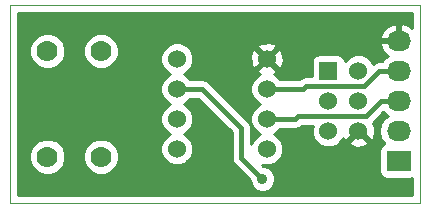
<source format=gbl>
G04 #@! TF.FileFunction,Copper,L2,Bot,Signal*
%FSLAX46Y46*%
G04 Gerber Fmt 4.6, Leading zero omitted, Abs format (unit mm)*
G04 Created by KiCad (PCBNEW 4.0.7) date Tue May  8 00:57:31 2018*
%MOMM*%
%LPD*%
G01*
G04 APERTURE LIST*
%ADD10C,0.150000*%
%ADD11C,0.025400*%
%ADD12R,2.032000X1.727200*%
%ADD13O,2.032000X1.727200*%
%ADD14R,1.524000X1.524000*%
%ADD15C,1.524000*%
%ADD16C,1.778000*%
%ADD17C,0.889000*%
%ADD18C,0.381000*%
%ADD19C,0.254000*%
G04 APERTURE END LIST*
D10*
D11*
X131445000Y-86106000D02*
X96774000Y-86106000D01*
X96774000Y-102870000D02*
X131445000Y-102870000D01*
X131445000Y-86106000D02*
X131445000Y-102870000D01*
X96774000Y-102870000D02*
X96774000Y-86106000D01*
D12*
X129667000Y-99314000D03*
D13*
X129667000Y-96774000D03*
X129667000Y-94234000D03*
X129667000Y-91694000D03*
X129667000Y-89154000D03*
D14*
X123698000Y-91694000D03*
D15*
X126238000Y-91694000D03*
X123698000Y-94234000D03*
X126238000Y-94234000D03*
X123698000Y-96774000D03*
X126238000Y-96774000D03*
X118491000Y-98298000D03*
X118491000Y-95758000D03*
X118491000Y-93218000D03*
X118491000Y-90678000D03*
X110871000Y-90678000D03*
X110871000Y-93218000D03*
X110871000Y-95758000D03*
X110871000Y-98298000D03*
D16*
X99908300Y-90017600D03*
X104444800Y-90017600D03*
X99908300Y-98945700D03*
X104444800Y-98945700D03*
D17*
X109918500Y-100139500D03*
X112014000Y-99568000D03*
X110236000Y-88074500D03*
X118110000Y-100838000D03*
D18*
X111442500Y-100139500D02*
X109918500Y-100139500D01*
X112014000Y-99568000D02*
X111442500Y-100139500D01*
X118491000Y-93218000D02*
X121539000Y-93218000D01*
X128016000Y-91694000D02*
X129667000Y-91694000D01*
X126746000Y-92964000D02*
X128016000Y-91694000D01*
X121793000Y-92964000D02*
X126746000Y-92964000D01*
X121539000Y-93218000D02*
X121793000Y-92964000D01*
X118491000Y-95758000D02*
X120904000Y-95758000D01*
X128143000Y-94234000D02*
X129667000Y-94234000D01*
X126873000Y-95504000D02*
X128143000Y-94234000D01*
X121158000Y-95504000D02*
X126873000Y-95504000D01*
X120904000Y-95758000D02*
X121158000Y-95504000D01*
X118110000Y-100838000D02*
X116332000Y-99060000D01*
X116332000Y-99060000D02*
X116332000Y-96520000D01*
X116332000Y-96520000D02*
X113030000Y-93218000D01*
X113030000Y-93218000D02*
X110871000Y-93218000D01*
D19*
G36*
X130797300Y-88055016D02*
X130581320Y-87862046D01*
X130028913Y-87668816D01*
X129794000Y-87813076D01*
X129794000Y-89027000D01*
X129814000Y-89027000D01*
X129814000Y-89281000D01*
X129794000Y-89281000D01*
X129794000Y-89301000D01*
X129540000Y-89301000D01*
X129540000Y-89281000D01*
X128180783Y-89281000D01*
X128059642Y-89513026D01*
X128062291Y-89528791D01*
X128316268Y-90056036D01*
X128732069Y-90427539D01*
X128422585Y-90634330D01*
X128266117Y-90868500D01*
X128016000Y-90868500D01*
X127700094Y-90931337D01*
X127592824Y-91003013D01*
X127491908Y-91070443D01*
X127423010Y-90903697D01*
X127030370Y-90510371D01*
X126517100Y-90297243D01*
X125961339Y-90296758D01*
X125447697Y-90508990D01*
X125094237Y-90861833D01*
X125063162Y-90696683D01*
X124924090Y-90480559D01*
X124711890Y-90335569D01*
X124460000Y-90284560D01*
X122936000Y-90284560D01*
X122700683Y-90328838D01*
X122484559Y-90467910D01*
X122339569Y-90680110D01*
X122288560Y-90932000D01*
X122288560Y-92138500D01*
X121793000Y-92138500D01*
X121477094Y-92201337D01*
X121378091Y-92267489D01*
X121209283Y-92380283D01*
X121209281Y-92380286D01*
X121197067Y-92392500D01*
X119640874Y-92392500D01*
X119283370Y-92034371D01*
X119091273Y-91954605D01*
X119222143Y-91900397D01*
X119291608Y-91658213D01*
X118491000Y-90857605D01*
X117690392Y-91658213D01*
X117759857Y-91900397D01*
X117900318Y-91950509D01*
X117700697Y-92032990D01*
X117307371Y-92425630D01*
X117094243Y-92938900D01*
X117093758Y-93494661D01*
X117305990Y-94008303D01*
X117698630Y-94401629D01*
X117906512Y-94487949D01*
X117700697Y-94572990D01*
X117307371Y-94965630D01*
X117094243Y-95478900D01*
X117093758Y-96034661D01*
X117305990Y-96548303D01*
X117698630Y-96941629D01*
X117906512Y-97027949D01*
X117700697Y-97112990D01*
X117307371Y-97505630D01*
X117157500Y-97866560D01*
X117157500Y-96520000D01*
X117122038Y-96341717D01*
X117094663Y-96204094D01*
X116915717Y-95936283D01*
X113613717Y-92634283D01*
X113345906Y-92455337D01*
X113030000Y-92392500D01*
X112020874Y-92392500D01*
X111663370Y-92034371D01*
X111455488Y-91948051D01*
X111661303Y-91863010D01*
X112054629Y-91470370D01*
X112267757Y-90957100D01*
X112268181Y-90470302D01*
X117081856Y-90470302D01*
X117109638Y-91025368D01*
X117268603Y-91409143D01*
X117510787Y-91478608D01*
X118311395Y-90678000D01*
X118670605Y-90678000D01*
X119471213Y-91478608D01*
X119713397Y-91409143D01*
X119900144Y-90885698D01*
X119872362Y-90330632D01*
X119713397Y-89946857D01*
X119471213Y-89877392D01*
X118670605Y-90678000D01*
X118311395Y-90678000D01*
X117510787Y-89877392D01*
X117268603Y-89946857D01*
X117081856Y-90470302D01*
X112268181Y-90470302D01*
X112268242Y-90401339D01*
X112056010Y-89887697D01*
X111866432Y-89697787D01*
X117690392Y-89697787D01*
X118491000Y-90498395D01*
X119291608Y-89697787D01*
X119222143Y-89455603D01*
X118698698Y-89268856D01*
X118143632Y-89296638D01*
X117759857Y-89455603D01*
X117690392Y-89697787D01*
X111866432Y-89697787D01*
X111663370Y-89494371D01*
X111150100Y-89281243D01*
X110594339Y-89280758D01*
X110080697Y-89492990D01*
X109687371Y-89885630D01*
X109474243Y-90398900D01*
X109473758Y-90954661D01*
X109685990Y-91468303D01*
X110078630Y-91861629D01*
X110286512Y-91947949D01*
X110080697Y-92032990D01*
X109687371Y-92425630D01*
X109474243Y-92938900D01*
X109473758Y-93494661D01*
X109685990Y-94008303D01*
X110078630Y-94401629D01*
X110286512Y-94487949D01*
X110080697Y-94572990D01*
X109687371Y-94965630D01*
X109474243Y-95478900D01*
X109473758Y-96034661D01*
X109685990Y-96548303D01*
X110078630Y-96941629D01*
X110286512Y-97027949D01*
X110080697Y-97112990D01*
X109687371Y-97505630D01*
X109474243Y-98018900D01*
X109473758Y-98574661D01*
X109685990Y-99088303D01*
X110078630Y-99481629D01*
X110591900Y-99694757D01*
X111147661Y-99695242D01*
X111661303Y-99483010D01*
X112054629Y-99090370D01*
X112267757Y-98577100D01*
X112268242Y-98021339D01*
X112056010Y-97507697D01*
X111663370Y-97114371D01*
X111455488Y-97028051D01*
X111661303Y-96943010D01*
X112054629Y-96550370D01*
X112267757Y-96037100D01*
X112268242Y-95481339D01*
X112056010Y-94967697D01*
X111663370Y-94574371D01*
X111455488Y-94488051D01*
X111661303Y-94403010D01*
X112021441Y-94043500D01*
X112688066Y-94043500D01*
X115506500Y-96861934D01*
X115506500Y-99060000D01*
X115569337Y-99375906D01*
X115748283Y-99643717D01*
X117030423Y-100925856D01*
X117030313Y-101051784D01*
X117194311Y-101448689D01*
X117497714Y-101752622D01*
X117894332Y-101917313D01*
X118323784Y-101917687D01*
X118720689Y-101753689D01*
X119024622Y-101450286D01*
X119189313Y-101053668D01*
X119189687Y-100624216D01*
X119025689Y-100227311D01*
X118722286Y-99923378D01*
X118325668Y-99758687D01*
X118198009Y-99758576D01*
X118079009Y-99639576D01*
X118211900Y-99694757D01*
X118767661Y-99695242D01*
X119281303Y-99483010D01*
X119674629Y-99090370D01*
X119887757Y-98577100D01*
X119888242Y-98021339D01*
X119676010Y-97507697D01*
X119283370Y-97114371D01*
X119075488Y-97028051D01*
X119281303Y-96943010D01*
X119641441Y-96583500D01*
X120904000Y-96583500D01*
X121219906Y-96520663D01*
X121487717Y-96341717D01*
X121499934Y-96329500D01*
X122369923Y-96329500D01*
X122301243Y-96494900D01*
X122300758Y-97050661D01*
X122512990Y-97564303D01*
X122905630Y-97957629D01*
X123418900Y-98170757D01*
X123974661Y-98171242D01*
X124488303Y-97959010D01*
X124693457Y-97754213D01*
X125437392Y-97754213D01*
X125506857Y-97996397D01*
X126030302Y-98183144D01*
X126585368Y-98155362D01*
X126969143Y-97996397D01*
X127038608Y-97754213D01*
X126238000Y-96953605D01*
X125437392Y-97754213D01*
X124693457Y-97754213D01*
X124881629Y-97566370D01*
X124961395Y-97374273D01*
X125015603Y-97505143D01*
X125257787Y-97574608D01*
X126058395Y-96774000D01*
X126044253Y-96759858D01*
X126223858Y-96580253D01*
X126238000Y-96594395D01*
X126252143Y-96580253D01*
X126431748Y-96759858D01*
X126417605Y-96774000D01*
X127218213Y-97574608D01*
X127460397Y-97505143D01*
X127647144Y-96981698D01*
X127619362Y-96426632D01*
X127472458Y-96071976D01*
X128353763Y-95190670D01*
X128422585Y-95293670D01*
X128737366Y-95504000D01*
X128422585Y-95714330D01*
X128097729Y-96200511D01*
X127983655Y-96774000D01*
X128097729Y-97347489D01*
X128422585Y-97833670D01*
X128436913Y-97843243D01*
X128415683Y-97847238D01*
X128199559Y-97986310D01*
X128054569Y-98198510D01*
X128003560Y-98450400D01*
X128003560Y-100177600D01*
X128047838Y-100412917D01*
X128186910Y-100629041D01*
X128399110Y-100774031D01*
X128651000Y-100825040D01*
X130683000Y-100825040D01*
X130797300Y-100803533D01*
X130797300Y-102222300D01*
X97421700Y-102222300D01*
X97421700Y-99247512D01*
X98384036Y-99247512D01*
X98615562Y-99807849D01*
X99043896Y-100236931D01*
X99603828Y-100469435D01*
X100210112Y-100469964D01*
X100770449Y-100238438D01*
X101199531Y-99810104D01*
X101432035Y-99250172D01*
X101432037Y-99247512D01*
X102920536Y-99247512D01*
X103152062Y-99807849D01*
X103580396Y-100236931D01*
X104140328Y-100469435D01*
X104746612Y-100469964D01*
X105306949Y-100238438D01*
X105736031Y-99810104D01*
X105968535Y-99250172D01*
X105969064Y-98643888D01*
X105737538Y-98083551D01*
X105309204Y-97654469D01*
X104749272Y-97421965D01*
X104142988Y-97421436D01*
X103582651Y-97652962D01*
X103153569Y-98081296D01*
X102921065Y-98641228D01*
X102920536Y-99247512D01*
X101432037Y-99247512D01*
X101432564Y-98643888D01*
X101201038Y-98083551D01*
X100772704Y-97654469D01*
X100212772Y-97421965D01*
X99606488Y-97421436D01*
X99046151Y-97652962D01*
X98617069Y-98081296D01*
X98384565Y-98641228D01*
X98384036Y-99247512D01*
X97421700Y-99247512D01*
X97421700Y-90319412D01*
X98384036Y-90319412D01*
X98615562Y-90879749D01*
X99043896Y-91308831D01*
X99603828Y-91541335D01*
X100210112Y-91541864D01*
X100770449Y-91310338D01*
X101199531Y-90882004D01*
X101432035Y-90322072D01*
X101432037Y-90319412D01*
X102920536Y-90319412D01*
X103152062Y-90879749D01*
X103580396Y-91308831D01*
X104140328Y-91541335D01*
X104746612Y-91541864D01*
X105306949Y-91310338D01*
X105736031Y-90882004D01*
X105968535Y-90322072D01*
X105969064Y-89715788D01*
X105737538Y-89155451D01*
X105377690Y-88794974D01*
X128059642Y-88794974D01*
X128180783Y-89027000D01*
X129540000Y-89027000D01*
X129540000Y-87813076D01*
X129305087Y-87668816D01*
X128752680Y-87862046D01*
X128316268Y-88251964D01*
X128062291Y-88779209D01*
X128059642Y-88794974D01*
X105377690Y-88794974D01*
X105309204Y-88726369D01*
X104749272Y-88493865D01*
X104142988Y-88493336D01*
X103582651Y-88724862D01*
X103153569Y-89153196D01*
X102921065Y-89713128D01*
X102920536Y-90319412D01*
X101432037Y-90319412D01*
X101432564Y-89715788D01*
X101201038Y-89155451D01*
X100772704Y-88726369D01*
X100212772Y-88493865D01*
X99606488Y-88493336D01*
X99046151Y-88724862D01*
X98617069Y-89153196D01*
X98384565Y-89713128D01*
X98384036Y-90319412D01*
X97421700Y-90319412D01*
X97421700Y-86753700D01*
X130797300Y-86753700D01*
X130797300Y-88055016D01*
X130797300Y-88055016D01*
G37*
X130797300Y-88055016D02*
X130581320Y-87862046D01*
X130028913Y-87668816D01*
X129794000Y-87813076D01*
X129794000Y-89027000D01*
X129814000Y-89027000D01*
X129814000Y-89281000D01*
X129794000Y-89281000D01*
X129794000Y-89301000D01*
X129540000Y-89301000D01*
X129540000Y-89281000D01*
X128180783Y-89281000D01*
X128059642Y-89513026D01*
X128062291Y-89528791D01*
X128316268Y-90056036D01*
X128732069Y-90427539D01*
X128422585Y-90634330D01*
X128266117Y-90868500D01*
X128016000Y-90868500D01*
X127700094Y-90931337D01*
X127592824Y-91003013D01*
X127491908Y-91070443D01*
X127423010Y-90903697D01*
X127030370Y-90510371D01*
X126517100Y-90297243D01*
X125961339Y-90296758D01*
X125447697Y-90508990D01*
X125094237Y-90861833D01*
X125063162Y-90696683D01*
X124924090Y-90480559D01*
X124711890Y-90335569D01*
X124460000Y-90284560D01*
X122936000Y-90284560D01*
X122700683Y-90328838D01*
X122484559Y-90467910D01*
X122339569Y-90680110D01*
X122288560Y-90932000D01*
X122288560Y-92138500D01*
X121793000Y-92138500D01*
X121477094Y-92201337D01*
X121378091Y-92267489D01*
X121209283Y-92380283D01*
X121209281Y-92380286D01*
X121197067Y-92392500D01*
X119640874Y-92392500D01*
X119283370Y-92034371D01*
X119091273Y-91954605D01*
X119222143Y-91900397D01*
X119291608Y-91658213D01*
X118491000Y-90857605D01*
X117690392Y-91658213D01*
X117759857Y-91900397D01*
X117900318Y-91950509D01*
X117700697Y-92032990D01*
X117307371Y-92425630D01*
X117094243Y-92938900D01*
X117093758Y-93494661D01*
X117305990Y-94008303D01*
X117698630Y-94401629D01*
X117906512Y-94487949D01*
X117700697Y-94572990D01*
X117307371Y-94965630D01*
X117094243Y-95478900D01*
X117093758Y-96034661D01*
X117305990Y-96548303D01*
X117698630Y-96941629D01*
X117906512Y-97027949D01*
X117700697Y-97112990D01*
X117307371Y-97505630D01*
X117157500Y-97866560D01*
X117157500Y-96520000D01*
X117122038Y-96341717D01*
X117094663Y-96204094D01*
X116915717Y-95936283D01*
X113613717Y-92634283D01*
X113345906Y-92455337D01*
X113030000Y-92392500D01*
X112020874Y-92392500D01*
X111663370Y-92034371D01*
X111455488Y-91948051D01*
X111661303Y-91863010D01*
X112054629Y-91470370D01*
X112267757Y-90957100D01*
X112268181Y-90470302D01*
X117081856Y-90470302D01*
X117109638Y-91025368D01*
X117268603Y-91409143D01*
X117510787Y-91478608D01*
X118311395Y-90678000D01*
X118670605Y-90678000D01*
X119471213Y-91478608D01*
X119713397Y-91409143D01*
X119900144Y-90885698D01*
X119872362Y-90330632D01*
X119713397Y-89946857D01*
X119471213Y-89877392D01*
X118670605Y-90678000D01*
X118311395Y-90678000D01*
X117510787Y-89877392D01*
X117268603Y-89946857D01*
X117081856Y-90470302D01*
X112268181Y-90470302D01*
X112268242Y-90401339D01*
X112056010Y-89887697D01*
X111866432Y-89697787D01*
X117690392Y-89697787D01*
X118491000Y-90498395D01*
X119291608Y-89697787D01*
X119222143Y-89455603D01*
X118698698Y-89268856D01*
X118143632Y-89296638D01*
X117759857Y-89455603D01*
X117690392Y-89697787D01*
X111866432Y-89697787D01*
X111663370Y-89494371D01*
X111150100Y-89281243D01*
X110594339Y-89280758D01*
X110080697Y-89492990D01*
X109687371Y-89885630D01*
X109474243Y-90398900D01*
X109473758Y-90954661D01*
X109685990Y-91468303D01*
X110078630Y-91861629D01*
X110286512Y-91947949D01*
X110080697Y-92032990D01*
X109687371Y-92425630D01*
X109474243Y-92938900D01*
X109473758Y-93494661D01*
X109685990Y-94008303D01*
X110078630Y-94401629D01*
X110286512Y-94487949D01*
X110080697Y-94572990D01*
X109687371Y-94965630D01*
X109474243Y-95478900D01*
X109473758Y-96034661D01*
X109685990Y-96548303D01*
X110078630Y-96941629D01*
X110286512Y-97027949D01*
X110080697Y-97112990D01*
X109687371Y-97505630D01*
X109474243Y-98018900D01*
X109473758Y-98574661D01*
X109685990Y-99088303D01*
X110078630Y-99481629D01*
X110591900Y-99694757D01*
X111147661Y-99695242D01*
X111661303Y-99483010D01*
X112054629Y-99090370D01*
X112267757Y-98577100D01*
X112268242Y-98021339D01*
X112056010Y-97507697D01*
X111663370Y-97114371D01*
X111455488Y-97028051D01*
X111661303Y-96943010D01*
X112054629Y-96550370D01*
X112267757Y-96037100D01*
X112268242Y-95481339D01*
X112056010Y-94967697D01*
X111663370Y-94574371D01*
X111455488Y-94488051D01*
X111661303Y-94403010D01*
X112021441Y-94043500D01*
X112688066Y-94043500D01*
X115506500Y-96861934D01*
X115506500Y-99060000D01*
X115569337Y-99375906D01*
X115748283Y-99643717D01*
X117030423Y-100925856D01*
X117030313Y-101051784D01*
X117194311Y-101448689D01*
X117497714Y-101752622D01*
X117894332Y-101917313D01*
X118323784Y-101917687D01*
X118720689Y-101753689D01*
X119024622Y-101450286D01*
X119189313Y-101053668D01*
X119189687Y-100624216D01*
X119025689Y-100227311D01*
X118722286Y-99923378D01*
X118325668Y-99758687D01*
X118198009Y-99758576D01*
X118079009Y-99639576D01*
X118211900Y-99694757D01*
X118767661Y-99695242D01*
X119281303Y-99483010D01*
X119674629Y-99090370D01*
X119887757Y-98577100D01*
X119888242Y-98021339D01*
X119676010Y-97507697D01*
X119283370Y-97114371D01*
X119075488Y-97028051D01*
X119281303Y-96943010D01*
X119641441Y-96583500D01*
X120904000Y-96583500D01*
X121219906Y-96520663D01*
X121487717Y-96341717D01*
X121499934Y-96329500D01*
X122369923Y-96329500D01*
X122301243Y-96494900D01*
X122300758Y-97050661D01*
X122512990Y-97564303D01*
X122905630Y-97957629D01*
X123418900Y-98170757D01*
X123974661Y-98171242D01*
X124488303Y-97959010D01*
X124693457Y-97754213D01*
X125437392Y-97754213D01*
X125506857Y-97996397D01*
X126030302Y-98183144D01*
X126585368Y-98155362D01*
X126969143Y-97996397D01*
X127038608Y-97754213D01*
X126238000Y-96953605D01*
X125437392Y-97754213D01*
X124693457Y-97754213D01*
X124881629Y-97566370D01*
X124961395Y-97374273D01*
X125015603Y-97505143D01*
X125257787Y-97574608D01*
X126058395Y-96774000D01*
X126044253Y-96759858D01*
X126223858Y-96580253D01*
X126238000Y-96594395D01*
X126252143Y-96580253D01*
X126431748Y-96759858D01*
X126417605Y-96774000D01*
X127218213Y-97574608D01*
X127460397Y-97505143D01*
X127647144Y-96981698D01*
X127619362Y-96426632D01*
X127472458Y-96071976D01*
X128353763Y-95190670D01*
X128422585Y-95293670D01*
X128737366Y-95504000D01*
X128422585Y-95714330D01*
X128097729Y-96200511D01*
X127983655Y-96774000D01*
X128097729Y-97347489D01*
X128422585Y-97833670D01*
X128436913Y-97843243D01*
X128415683Y-97847238D01*
X128199559Y-97986310D01*
X128054569Y-98198510D01*
X128003560Y-98450400D01*
X128003560Y-100177600D01*
X128047838Y-100412917D01*
X128186910Y-100629041D01*
X128399110Y-100774031D01*
X128651000Y-100825040D01*
X130683000Y-100825040D01*
X130797300Y-100803533D01*
X130797300Y-102222300D01*
X97421700Y-102222300D01*
X97421700Y-99247512D01*
X98384036Y-99247512D01*
X98615562Y-99807849D01*
X99043896Y-100236931D01*
X99603828Y-100469435D01*
X100210112Y-100469964D01*
X100770449Y-100238438D01*
X101199531Y-99810104D01*
X101432035Y-99250172D01*
X101432037Y-99247512D01*
X102920536Y-99247512D01*
X103152062Y-99807849D01*
X103580396Y-100236931D01*
X104140328Y-100469435D01*
X104746612Y-100469964D01*
X105306949Y-100238438D01*
X105736031Y-99810104D01*
X105968535Y-99250172D01*
X105969064Y-98643888D01*
X105737538Y-98083551D01*
X105309204Y-97654469D01*
X104749272Y-97421965D01*
X104142988Y-97421436D01*
X103582651Y-97652962D01*
X103153569Y-98081296D01*
X102921065Y-98641228D01*
X102920536Y-99247512D01*
X101432037Y-99247512D01*
X101432564Y-98643888D01*
X101201038Y-98083551D01*
X100772704Y-97654469D01*
X100212772Y-97421965D01*
X99606488Y-97421436D01*
X99046151Y-97652962D01*
X98617069Y-98081296D01*
X98384565Y-98641228D01*
X98384036Y-99247512D01*
X97421700Y-99247512D01*
X97421700Y-90319412D01*
X98384036Y-90319412D01*
X98615562Y-90879749D01*
X99043896Y-91308831D01*
X99603828Y-91541335D01*
X100210112Y-91541864D01*
X100770449Y-91310338D01*
X101199531Y-90882004D01*
X101432035Y-90322072D01*
X101432037Y-90319412D01*
X102920536Y-90319412D01*
X103152062Y-90879749D01*
X103580396Y-91308831D01*
X104140328Y-91541335D01*
X104746612Y-91541864D01*
X105306949Y-91310338D01*
X105736031Y-90882004D01*
X105968535Y-90322072D01*
X105969064Y-89715788D01*
X105737538Y-89155451D01*
X105377690Y-88794974D01*
X128059642Y-88794974D01*
X128180783Y-89027000D01*
X129540000Y-89027000D01*
X129540000Y-87813076D01*
X129305087Y-87668816D01*
X128752680Y-87862046D01*
X128316268Y-88251964D01*
X128062291Y-88779209D01*
X128059642Y-88794974D01*
X105377690Y-88794974D01*
X105309204Y-88726369D01*
X104749272Y-88493865D01*
X104142988Y-88493336D01*
X103582651Y-88724862D01*
X103153569Y-89153196D01*
X102921065Y-89713128D01*
X102920536Y-90319412D01*
X101432037Y-90319412D01*
X101432564Y-89715788D01*
X101201038Y-89155451D01*
X100772704Y-88726369D01*
X100212772Y-88493865D01*
X99606488Y-88493336D01*
X99046151Y-88724862D01*
X98617069Y-89153196D01*
X98384565Y-89713128D01*
X98384036Y-90319412D01*
X97421700Y-90319412D01*
X97421700Y-86753700D01*
X130797300Y-86753700D01*
X130797300Y-88055016D01*
M02*

</source>
